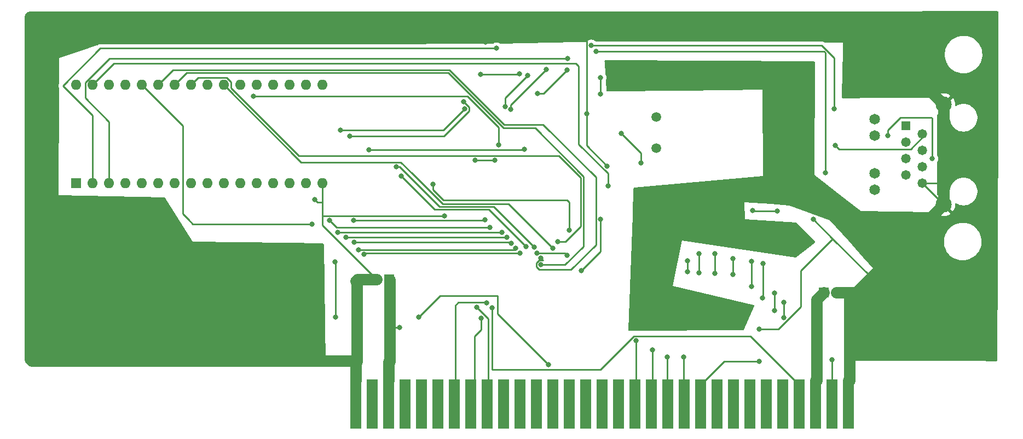
<source format=gbr>
%TF.GenerationSoftware,KiCad,Pcbnew,6.0.2+dfsg-1*%
%TF.CreationDate,2022-05-11T21:40:33-04:00*%
%TF.ProjectId,Cheapsk8_LAN,43686561-7073-46b3-985f-4c414e2e6b69,1*%
%TF.SameCoordinates,Original*%
%TF.FileFunction,Copper,L2,Bot*%
%TF.FilePolarity,Positive*%
%FSLAX46Y46*%
G04 Gerber Fmt 4.6, Leading zero omitted, Abs format (unit mm)*
G04 Created by KiCad (PCBNEW 6.0.2+dfsg-1) date 2022-05-11 21:40:33*
%MOMM*%
%LPD*%
G01*
G04 APERTURE LIST*
%TA.AperFunction,ComponentPad*%
%ADD10C,1.500000*%
%TD*%
%TA.AperFunction,ConnectorPad*%
%ADD11R,1.780000X7.620000*%
%TD*%
%TA.AperFunction,ComponentPad*%
%ADD12R,1.600000X1.600000*%
%TD*%
%TA.AperFunction,ComponentPad*%
%ADD13C,1.600000*%
%TD*%
%TA.AperFunction,ComponentPad*%
%ADD14O,1.600000X1.600000*%
%TD*%
%TA.AperFunction,ComponentPad*%
%ADD15R,1.478000X1.478000*%
%TD*%
%TA.AperFunction,ComponentPad*%
%ADD16C,1.478000*%
%TD*%
%TA.AperFunction,ComponentPad*%
%ADD17C,1.650000*%
%TD*%
%TA.AperFunction,ComponentPad*%
%ADD18C,2.475000*%
%TD*%
%TA.AperFunction,ViaPad*%
%ADD19C,0.800000*%
%TD*%
%TA.AperFunction,Conductor*%
%ADD20C,0.250000*%
%TD*%
%TA.AperFunction,Conductor*%
%ADD21C,1.750000*%
%TD*%
G04 APERTURE END LIST*
D10*
%TO.P,Y1,1,1*%
%TO.N,Net-(U1-Pad50)*%
X153005000Y-92747000D03*
%TO.P,Y1,2,2*%
%TO.N,Net-(U1-Pad51)*%
X153005000Y-97573000D03*
%TD*%
D11*
%TO.P,J2,1,GND*%
%TO.N,GND*%
X182753000Y-137160000D03*
%TO.P,J2,2,RESET*%
%TO.N,Net-(U1-Pad33)*%
X180213000Y-137160000D03*
%TO.P,J2,3,VCC*%
%TO.N,VCC*%
X177673000Y-137160000D03*
%TO.P,J2,4,IRQ2*%
%TO.N,Net-(U1-Pad4)*%
X175133000Y-137160000D03*
%TO.P,J2,5,-5V*%
%TO.N,unconnected-(J2-Pad5)*%
X172593000Y-137160000D03*
%TO.P,J2,6,DRQ2*%
%TO.N,unconnected-(J2-Pad6)*%
X170053000Y-137160000D03*
%TO.P,J2,7,-12V*%
%TO.N,unconnected-(J2-Pad7)*%
X167513000Y-137160000D03*
%TO.P,J2,8,UNUSED*%
%TO.N,unconnected-(J2-Pad8)*%
X164973000Y-137160000D03*
%TO.P,J2,9,+12V*%
%TO.N,unconnected-(J2-Pad9)*%
X162433000Y-137160000D03*
%TO.P,J2,10,GND*%
%TO.N,GND*%
X159893000Y-137160000D03*
%TO.P,J2,11,~{SMEMW}*%
%TO.N,Net-(U1-Pad32)*%
X157353000Y-137160000D03*
%TO.P,J2,12,~{SMEMR}*%
%TO.N,Net-(U1-Pad31)*%
X154813000Y-137160000D03*
%TO.P,J2,13,~{IOW}*%
%TO.N,Net-(U1-Pad30)*%
X152273000Y-137160000D03*
%TO.P,J2,14,~{IOR}*%
%TO.N,Net-(U1-Pad29)*%
X149733000Y-137160000D03*
%TO.P,J2,15,~{DACK3}*%
%TO.N,unconnected-(J2-Pad15)*%
X147193000Y-137160000D03*
%TO.P,J2,16,DRQ3*%
%TO.N,unconnected-(J2-Pad16)*%
X144653000Y-137160000D03*
%TO.P,J2,17,~{DACK1}*%
%TO.N,unconnected-(J2-Pad17)*%
X142113000Y-137160000D03*
%TO.P,J2,18,DRQ1*%
%TO.N,unconnected-(J2-Pad18)*%
X139573000Y-137160000D03*
%TO.P,J2,19,~{DACK0}*%
%TO.N,unconnected-(J2-Pad19)*%
X137033000Y-137160000D03*
%TO.P,J2,20,CLK*%
%TO.N,unconnected-(J2-Pad20)*%
X134493000Y-137160000D03*
%TO.P,J2,21,IRQ7*%
%TO.N,unconnected-(J2-Pad21)*%
X131953000Y-137160000D03*
%TO.P,J2,22,IRQ6*%
%TO.N,unconnected-(J2-Pad22)*%
X129413000Y-137160000D03*
%TO.P,J2,23,IRQ5*%
%TO.N,Net-(U1-Pad1)*%
X126873000Y-137160000D03*
%TO.P,J2,24,IRQ4*%
%TO.N,Net-(U1-Pad2)*%
X124333000Y-137160000D03*
%TO.P,J2,25,IRQ3*%
%TO.N,Net-(U1-Pad3)*%
X121793000Y-137160000D03*
%TO.P,J2,26,~{DACK2}*%
%TO.N,unconnected-(J2-Pad26)*%
X119253000Y-137160000D03*
%TO.P,J2,27,TC*%
%TO.N,unconnected-(J2-Pad27)*%
X116713000Y-137160000D03*
%TO.P,J2,28,ALE*%
%TO.N,unconnected-(J2-Pad28)*%
X114173000Y-137160000D03*
%TO.P,J2,29,VCC*%
%TO.N,VCC*%
X111633000Y-137160000D03*
%TO.P,J2,30,OSC*%
%TO.N,unconnected-(J2-Pad30)*%
X109093000Y-137160000D03*
%TO.P,J2,31,GND*%
%TO.N,GND*%
X106553000Y-137160000D03*
%TD*%
D12*
%TO.P,C6,1*%
%TO.N,VCC*%
X178876888Y-119888000D03*
D13*
%TO.P,C6,2*%
%TO.N,GND*%
X180876888Y-119888000D03*
%TD*%
D12*
%TO.P,C7,1*%
%TO.N,VCC*%
X111699113Y-117856000D03*
D13*
%TO.P,C7,2*%
%TO.N,GND*%
X109699113Y-117856000D03*
%TD*%
D12*
%TO.P,U2,1,A18*%
%TO.N,Net-(U1-Pad69)*%
X63246000Y-103002000D03*
D14*
%TO.P,U2,2,A16*%
%TO.N,Net-(U1-Pad72)*%
X65786000Y-103002000D03*
%TO.P,U2,3,A15*%
%TO.N,Net-(U1-Pad73)*%
X68326000Y-103002000D03*
%TO.P,U2,4,A12*%
%TO.N,Net-(U1-Pad20)*%
X70866000Y-103002000D03*
%TO.P,U2,5,A7*%
%TO.N,Net-(U1-Pad13)*%
X73406000Y-103002000D03*
%TO.P,U2,6,A6*%
%TO.N,Net-(U1-Pad12)*%
X75946000Y-103002000D03*
%TO.P,U2,7,A5*%
%TO.N,Net-(U1-Pad11)*%
X78486000Y-103002000D03*
%TO.P,U2,8,A4*%
%TO.N,Net-(U1-Pad10)*%
X81026000Y-103002000D03*
%TO.P,U2,9,A3*%
%TO.N,Net-(U1-Pad9)*%
X83566000Y-103002000D03*
%TO.P,U2,10,A2*%
%TO.N,Net-(U1-Pad8)*%
X86106000Y-103002000D03*
%TO.P,U2,11,A1*%
%TO.N,Net-(U1-Pad7)*%
X88646000Y-103002000D03*
%TO.P,U2,12,A0*%
%TO.N,Net-(U1-Pad5)*%
X91186000Y-103002000D03*
%TO.P,U2,13,D0*%
%TO.N,Net-(U1-Pad85)*%
X93726000Y-103002000D03*
%TO.P,U2,14,D1*%
%TO.N,Net-(U1-Pad84)*%
X96266000Y-103002000D03*
%TO.P,U2,15,D2*%
%TO.N,Net-(U1-Pad82)*%
X98806000Y-103002000D03*
%TO.P,U2,16,GND*%
%TO.N,GND*%
X101346000Y-103002000D03*
%TO.P,U2,17,D3*%
%TO.N,Net-(U1-Pad81)*%
X101346000Y-87762000D03*
%TO.P,U2,18,D4*%
%TO.N,Net-(U1-Pad80)*%
X98806000Y-87762000D03*
%TO.P,U2,19,D5*%
%TO.N,Net-(U1-Pad79)*%
X96266000Y-87762000D03*
%TO.P,U2,20,D6*%
%TO.N,Net-(U1-Pad78)*%
X93726000Y-87762000D03*
%TO.P,U2,21,D7*%
%TO.N,Net-(U1-Pad77)*%
X91186000Y-87762000D03*
%TO.P,U2,22,CE*%
%TO.N,Net-(U1-Pad75)*%
X88646000Y-87762000D03*
%TO.P,U2,23,A10*%
%TO.N,Net-(U1-Pad18)*%
X86106000Y-87762000D03*
%TO.P,U2,24,OE*%
%TO.N,Net-(U1-Pad31)*%
X83566000Y-87762000D03*
%TO.P,U2,25,A11*%
%TO.N,Net-(U1-Pad19)*%
X81026000Y-87762000D03*
%TO.P,U2,26,A9*%
%TO.N,Net-(U1-Pad16)*%
X78486000Y-87762000D03*
%TO.P,U2,27,A8*%
%TO.N,Net-(U1-Pad15)*%
X75946000Y-87762000D03*
%TO.P,U2,28,A13*%
%TO.N,Net-(U1-Pad21)*%
X73406000Y-87762000D03*
%TO.P,U2,29,A14*%
%TO.N,Net-(U1-Pad74)*%
X70866000Y-87762000D03*
%TO.P,U2,30,A17*%
%TO.N,Net-(U1-Pad71)*%
X68326000Y-87762000D03*
%TO.P,U2,31,PGM*%
%TO.N,Net-(U1-Pad32)*%
X65786000Y-87762000D03*
%TO.P,U2,32,VCC*%
%TO.N,VCC*%
X63246000Y-87762000D03*
%TD*%
D15*
%TO.P,J3,1,P1*%
%TO.N,Net-(U1-Pad45)*%
X191643000Y-94107000D03*
D16*
%TO.P,J3,2,P2*%
%TO.N,Net-(C8-Pad1)*%
X194183000Y-95377000D03*
%TO.P,J3,3,P3*%
%TO.N,Net-(U1-Pad46)*%
X191643000Y-96647000D03*
%TO.P,J3,4,P4*%
%TO.N,Net-(U1-Pad59)*%
X194183000Y-97917000D03*
%TO.P,J3,5,P5*%
%TO.N,Net-(C9-Pad1)*%
X191643000Y-99187000D03*
%TO.P,J3,6,P6*%
%TO.N,Net-(U1-Pad58)*%
X194183000Y-100457000D03*
%TO.P,J3,7,P7*%
%TO.N,unconnected-(J3-Pad7)*%
X191643000Y-101727000D03*
%TO.P,J3,8,P8*%
%TO.N,GND*%
X194183000Y-102997000D03*
D17*
%TO.P,J3,9*%
%TO.N,VCC*%
X186813000Y-104017000D03*
%TO.P,J3,10*%
%TO.N,Net-(J3-Pad10)*%
X186813000Y-101477000D03*
%TO.P,J3,11*%
%TO.N,VCC*%
X186813000Y-95627000D03*
%TO.P,J3,12*%
%TO.N,Net-(J3-Pad12)*%
X186813000Y-93087000D03*
D18*
%TO.P,J3,S1,SHIELD*%
%TO.N,GND*%
X197483000Y-106297000D03*
%TO.P,J3,S2,SHIELD*%
X197483000Y-90807000D03*
%TD*%
D19*
%TO.N,Net-(U1-Pad69)*%
X108559600Y-97840800D03*
X132638800Y-97688400D03*
%TO.N,Net-(U1-Pad72)*%
X128295400Y-82092800D03*
X135991600Y-85394800D03*
X130497500Y-91567000D03*
%TO.N,Net-(U1-Pad71)*%
X105562400Y-95656400D03*
X123215400Y-90322400D03*
%TO.N,GND*%
X126619000Y-81153000D03*
X63881000Y-81788000D03*
X141427200Y-116535200D03*
X168910000Y-125577600D03*
X144386900Y-108559600D03*
X145415000Y-100330000D03*
X168910000Y-130606800D03*
X120269000Y-108020500D03*
X139242800Y-114147600D03*
X100203000Y-105537000D03*
X177292000Y-108585000D03*
X142240000Y-92202000D03*
X134570508Y-113791130D03*
%TO.N,Net-(U1-Pad62)*%
X180492400Y-91490800D03*
X142951200Y-81635600D03*
%TO.N,Net-(U1-Pad61)*%
X179171600Y-101346000D03*
X143713200Y-82600800D03*
%TO.N,Net-(U1-Pad50)*%
X147574000Y-95250000D03*
X150622000Y-99822000D03*
%TO.N,Net-(U1-Pad76)*%
X127996500Y-99441000D03*
X124968000Y-99441000D03*
%TO.N,VCC*%
X131826000Y-86068500D03*
X144399000Y-89154000D03*
X188849000Y-95631000D03*
X144399000Y-86614000D03*
X113284000Y-125341810D03*
X195707000Y-99187000D03*
X125857000Y-86106000D03*
%TO.N,Net-(U1-Pad73)*%
X139293600Y-83642200D03*
X134645400Y-89103200D03*
X129671842Y-91098125D03*
X133146800Y-86283800D03*
X139217400Y-85420200D03*
%TO.N,Net-(U1-Pad20)*%
X103378000Y-123698000D03*
X136296400Y-131064000D03*
X103327200Y-115163600D03*
X116281200Y-123698000D03*
%TO.N,Net-(U1-Pad13)*%
X112776000Y-100457000D03*
X134112000Y-112903000D03*
%TO.N,Net-(U1-Pad12)*%
X113538000Y-101854000D03*
X132842000Y-112776000D03*
%TO.N,Net-(U1-Pad11)*%
X107823000Y-114008500D03*
X131953000Y-113792000D03*
%TO.N,Net-(U1-Pad10)*%
X106934000Y-113284000D03*
X131246500Y-113056040D03*
%TO.N,Net-(U1-Pad9)*%
X106299000Y-112141000D03*
X130596500Y-112268000D03*
%TO.N,Net-(U1-Pad8)*%
X129921000Y-111379000D03*
X105029000Y-111379000D03*
%TO.N,Net-(U1-Pad7)*%
X129159000Y-110617000D03*
X103759000Y-110617000D03*
%TO.N,Net-(U1-Pad5)*%
X127254000Y-109855000D03*
X102489000Y-108745000D03*
%TO.N,Net-(U1-Pad75)*%
X128651000Y-97028000D03*
X90678000Y-89535000D03*
%TO.N,Net-(U1-Pad18)*%
X137033000Y-113030000D03*
%TO.N,Net-(U1-Pad31)*%
X118465600Y-103174800D03*
X154686000Y-129921000D03*
X139573000Y-110236000D03*
%TO.N,Net-(U1-Pad19)*%
X137795000Y-112014000D03*
%TO.N,Net-(U1-Pad16)*%
X135146500Y-115620800D03*
%TO.N,Net-(U1-Pad15)*%
X135165500Y-114604800D03*
%TO.N,Net-(U1-Pad21)*%
X126542800Y-108661200D03*
X106222800Y-108745000D03*
X99771200Y-109309500D03*
%TO.N,Net-(U1-Pad74)*%
X123393200Y-91490800D03*
X104140000Y-94792800D03*
%TO.N,Net-(U1-Pad32)*%
X145542000Y-103378000D03*
X157226000Y-129921000D03*
%TO.N,Net-(U1-Pad33)*%
X180213000Y-130302000D03*
%TO.N,Net-(U1-Pad4)*%
X127635000Y-122301000D03*
%TO.N,Net-(U1-Pad30)*%
X152400000Y-128778000D03*
%TO.N,Net-(U1-Pad29)*%
X149860000Y-127381000D03*
%TO.N,Net-(U1-Pad1)*%
X125222000Y-122174000D03*
%TO.N,Net-(U1-Pad2)*%
X125916201Y-123892799D03*
%TO.N,Net-(U1-Pad3)*%
X126746000Y-121539000D03*
%TO.N,Net-(U1-Pad41)*%
X172715701Y-123829299D03*
X172720000Y-121412000D03*
%TO.N,Net-(U1-Pad40)*%
X171323000Y-122682000D03*
X171323000Y-120015000D03*
%TO.N,Net-(U1-Pad39)*%
X169545000Y-115443000D03*
X169418000Y-120777000D03*
%TO.N,Net-(U1-Pad38)*%
X167767000Y-115062000D03*
X167767000Y-118999000D03*
%TO.N,Net-(U1-Pad37)*%
X164846000Y-114681000D03*
X164846000Y-117094000D03*
%TO.N,Net-(U1-Pad36)*%
X162052000Y-113919000D03*
X162052000Y-116967000D03*
%TO.N,Net-(U1-Pad35)*%
X159639000Y-116840000D03*
X159639000Y-113919000D03*
%TO.N,Net-(U1-Pad34)*%
X157861000Y-116713000D03*
X157861000Y-115021500D03*
%TO.N,Net-(C8-Pad1)*%
X180721000Y-97155000D03*
%TO.N,Net-(U1-Pad46)*%
X171704000Y-107315000D03*
X167894000Y-107221500D03*
%TD*%
D20*
%TO.N,Net-(U1-Pad69)*%
X108559600Y-97840800D02*
X132486400Y-97840800D01*
X132486400Y-97840800D02*
X132638800Y-97688400D01*
%TO.N,Net-(U1-Pad72)*%
X66979800Y-82092800D02*
X61188600Y-87884000D01*
X130497500Y-91567000D02*
X130497500Y-90888900D01*
X130497500Y-90888900D02*
X135991600Y-85394800D01*
X61188600Y-87884000D02*
X65786000Y-92481400D01*
X128295400Y-82092800D02*
X66979800Y-82092800D01*
X65786000Y-92481400D02*
X65786000Y-103002000D01*
%TO.N,Net-(U1-Pad71)*%
X120181504Y-95656400D02*
X124067711Y-91770193D01*
X124067711Y-91174711D02*
X123215400Y-90322400D01*
X105562400Y-95656400D02*
X120181504Y-95656400D01*
X124067711Y-91770193D02*
X124067711Y-91174711D01*
%TO.N,GND*%
X159893000Y-137160000D02*
X159893000Y-134240000D01*
D21*
X195580000Y-77343000D02*
X195453000Y-77216000D01*
X63500000Y-77216000D02*
X56134000Y-77216000D01*
D20*
X101346000Y-107950000D02*
X101346000Y-109502887D01*
X177292000Y-108585000D02*
X180301900Y-111594900D01*
X194183000Y-102997000D02*
X197483000Y-106297000D01*
X194183000Y-102997000D02*
X197104000Y-102997000D01*
D21*
X183892000Y-119888000D02*
X185989500Y-117790500D01*
D20*
X163526200Y-130606800D02*
X168910000Y-130606800D01*
X171921304Y-125577600D02*
X175361600Y-122137304D01*
X100203000Y-105537000D02*
X100584000Y-105918000D01*
X142240000Y-97155000D02*
X142240000Y-92202000D01*
D21*
X106680000Y-130556000D02*
X106553000Y-130683000D01*
X106807000Y-117856000D02*
X109699113Y-117856000D01*
X185989500Y-117790500D02*
X197483000Y-106297000D01*
X197483000Y-106297000D02*
X197483000Y-102618000D01*
X195453000Y-77216000D02*
X141986000Y-77216000D01*
D20*
X63881000Y-81788000D02*
X63881000Y-77597000D01*
D21*
X106527600Y-130454400D02*
X106680000Y-130302000D01*
D20*
X185989500Y-117282500D02*
X185989500Y-117790500D01*
X63881000Y-77597000D02*
X63500000Y-77216000D01*
D21*
X106553000Y-118110000D02*
X106807000Y-117856000D01*
D20*
X168910000Y-125577600D02*
X171921304Y-125577600D01*
D21*
X106553000Y-130683000D02*
X106553000Y-133495480D01*
X106680000Y-118237000D02*
X106553000Y-118110000D01*
X182880000Y-120015000D02*
X182880000Y-133495480D01*
D20*
X138886330Y-113791130D02*
X139242800Y-114147600D01*
D21*
X197483000Y-90807000D02*
X195453000Y-88777000D01*
X197483000Y-102618000D02*
X197483000Y-90807000D01*
D20*
X180301900Y-111594900D02*
X185989500Y-117282500D01*
D21*
X56134000Y-77216000D02*
X56134000Y-130200400D01*
D20*
X134570508Y-113791130D02*
X138886330Y-113791130D01*
X101416500Y-108020500D02*
X101346000Y-107950000D01*
X142240000Y-92202000D02*
X142240000Y-77470000D01*
D21*
X56388000Y-130454400D02*
X106527600Y-130454400D01*
X56134000Y-130200400D02*
X56388000Y-130454400D01*
X195453000Y-88777000D02*
X195453000Y-77470000D01*
X182753000Y-119888000D02*
X180876888Y-119888000D01*
D20*
X145415000Y-100330000D02*
X142240000Y-97155000D01*
X101346000Y-109502887D02*
X109699113Y-117856000D01*
X126619000Y-81153000D02*
X126619000Y-77216000D01*
X159893000Y-134240000D02*
X163526200Y-130606800D01*
D21*
X126619000Y-77216000D02*
X63500000Y-77216000D01*
X182753000Y-119888000D02*
X183892000Y-119888000D01*
X141986000Y-77216000D02*
X126619000Y-77216000D01*
X182880000Y-133495480D02*
X182753000Y-133495480D01*
D20*
X101346000Y-105918000D02*
X101346000Y-107950000D01*
X120269000Y-108020500D02*
X101416500Y-108020500D01*
X144386900Y-113575500D02*
X144386900Y-108559600D01*
D21*
X106680000Y-124333000D02*
X106680000Y-118237000D01*
D20*
X175361600Y-116535200D02*
X180301900Y-111594900D01*
X142240000Y-77470000D02*
X141986000Y-77216000D01*
X175361600Y-122137304D02*
X175361600Y-116535200D01*
X197104000Y-102997000D02*
X197483000Y-102618000D01*
D21*
X106680000Y-130302000D02*
X106680000Y-124333000D01*
X106680000Y-124333000D02*
X106680000Y-130556000D01*
D20*
X141427200Y-116535200D02*
X144386900Y-113575500D01*
X101346000Y-103002000D02*
X101346000Y-105918000D01*
D21*
X182753000Y-119888000D02*
X182880000Y-120015000D01*
D20*
X100584000Y-105918000D02*
X101346000Y-105918000D01*
D21*
X195453000Y-77470000D02*
X195580000Y-77343000D01*
D20*
%TO.N,Net-(U1-Pad62)*%
X178568206Y-81635600D02*
X180492400Y-83559794D01*
X142951200Y-81635600D02*
X178568206Y-81635600D01*
X180492400Y-83559794D02*
X180492400Y-91490800D01*
%TO.N,Net-(U1-Pad61)*%
X179171600Y-82804000D02*
X179171600Y-101346000D01*
X143713200Y-82600800D02*
X178968400Y-82600800D01*
X178968400Y-82600800D02*
X179171600Y-82804000D01*
%TO.N,Net-(U1-Pad50)*%
X147574000Y-95250000D02*
X150622000Y-98298000D01*
X150622000Y-98298000D02*
X150622000Y-99822000D01*
%TO.N,Net-(U1-Pad76)*%
X124968000Y-99441000D02*
X127996500Y-99441000D01*
%TO.N,VCC*%
X188849000Y-95631000D02*
X188849000Y-94773978D01*
X188849000Y-94773978D02*
X190785978Y-92837000D01*
X113284000Y-125341810D02*
X112641810Y-125341810D01*
X112641810Y-125341810D02*
X111760000Y-124460000D01*
D21*
X178876888Y-119888000D02*
X177800000Y-120964888D01*
D20*
X190785978Y-92837000D02*
X195580000Y-92837000D01*
X131826000Y-86068500D02*
X131788500Y-86106000D01*
X195707000Y-92964000D02*
X195707000Y-99187000D01*
D21*
X111760000Y-130556000D02*
X111760000Y-124460000D01*
X177800000Y-120964888D02*
X177800000Y-133495480D01*
X111633000Y-130683000D02*
X111633000Y-133495480D01*
X111760000Y-124460000D02*
X111760000Y-117916887D01*
X111760000Y-130556000D02*
X111633000Y-130683000D01*
D20*
X195580000Y-92837000D02*
X195707000Y-92964000D01*
X131788500Y-86106000D02*
X125857000Y-86106000D01*
D21*
X177800000Y-133495480D02*
X177673000Y-133495480D01*
D20*
X144399000Y-89154000D02*
X144399000Y-86614000D01*
X111760000Y-117916887D02*
X111699113Y-117856000D01*
%TO.N,Net-(U1-Pad73)*%
X68326000Y-93446600D02*
X68326000Y-103002000D01*
X64668400Y-89789000D02*
X68326000Y-93446600D01*
X64668400Y-87360011D02*
X64668400Y-89789000D01*
X129671842Y-89758758D02*
X133146800Y-86283800D01*
X139293600Y-83642200D02*
X68386211Y-83642200D01*
X68386211Y-83642200D02*
X64668400Y-87360011D01*
X135534400Y-89103200D02*
X139217400Y-85420200D01*
X129671842Y-91098125D02*
X129671842Y-89758758D01*
X134645400Y-89103200D02*
X135534400Y-89103200D01*
%TO.N,Net-(U1-Pad20)*%
X119532400Y-120446800D02*
X116281200Y-123698000D01*
X103378000Y-115214400D02*
X103327200Y-115163600D01*
X136296400Y-131064000D02*
X128422400Y-123190000D01*
X128422400Y-120446800D02*
X119532400Y-120446800D01*
X128422400Y-123190000D02*
X128422400Y-120446800D01*
X103378000Y-123698000D02*
X103378000Y-115214400D01*
%TO.N,Net-(U1-Pad13)*%
X127820480Y-106611480D02*
X134112000Y-112903000D01*
X112776000Y-100457000D02*
X113284000Y-100457000D01*
X113284000Y-100457000D02*
X119438480Y-106611480D01*
X119438480Y-106611480D02*
X127820480Y-106611480D01*
%TO.N,Net-(U1-Pad12)*%
X113538000Y-101854000D02*
X118745000Y-107061000D01*
X127127000Y-107061000D02*
X132842000Y-112776000D01*
X118745000Y-107061000D02*
X127127000Y-107061000D01*
%TO.N,Net-(U1-Pad11)*%
X107823000Y-114008500D02*
X108039500Y-113792000D01*
X108039500Y-113792000D02*
X131953000Y-113792000D01*
%TO.N,Net-(U1-Pad10)*%
X131018540Y-113284000D02*
X131246500Y-113056040D01*
X106934000Y-113284000D02*
X131018540Y-113284000D01*
%TO.N,Net-(U1-Pad9)*%
X130469500Y-112141000D02*
X130596500Y-112268000D01*
X106299000Y-112141000D02*
X130469500Y-112141000D01*
%TO.N,Net-(U1-Pad8)*%
X105029000Y-111379000D02*
X129921000Y-111379000D01*
%TO.N,Net-(U1-Pad7)*%
X103759000Y-110617000D02*
X129159000Y-110617000D01*
%TO.N,Net-(U1-Pad5)*%
X102489000Y-108745000D02*
X103599000Y-109855000D01*
X103599000Y-109855000D02*
X127254000Y-109855000D01*
%TO.N,Net-(U1-Pad75)*%
X90678000Y-89535000D02*
X123825000Y-89535000D01*
X123825000Y-89535000D02*
X128651000Y-94361000D01*
X128651000Y-94361000D02*
X128651000Y-97028000D01*
%TO.N,Net-(U1-Pad18)*%
X115366800Y-101549200D02*
X119979560Y-106161960D01*
X113499289Y-99732489D02*
X115316000Y-101549200D01*
X119979560Y-106161960D02*
X130164960Y-106161960D01*
X86106000Y-87762000D02*
X98076489Y-99732489D01*
X130164960Y-106161960D02*
X137033000Y-113030000D01*
X98076489Y-99732489D02*
X113499289Y-99732489D01*
X115316000Y-101549200D02*
X115366800Y-101549200D01*
%TO.N,Net-(U1-Pad31)*%
X154686000Y-134245480D02*
X154813000Y-134245480D01*
X118465600Y-104012282D02*
X120028059Y-105574741D01*
X139204341Y-105574741D02*
X139573000Y-105943400D01*
X118465600Y-103174800D02*
X118465600Y-104012282D01*
X139573000Y-105943400D02*
X139573000Y-110236000D01*
X120028059Y-105574741D02*
X139204341Y-105574741D01*
X154686000Y-129921000D02*
X154686000Y-134245480D01*
%TO.N,Net-(U1-Pad19)*%
X82150511Y-86637489D02*
X86571789Y-86637489D01*
X137934089Y-98716489D02*
X141313511Y-102095911D01*
X97696207Y-98716489D02*
X137934089Y-98716489D01*
X81026000Y-87762000D02*
X82150511Y-86637489D01*
X87230511Y-87296211D02*
X87230511Y-88250793D01*
X141313511Y-102095911D02*
X141313511Y-109647103D01*
X86571789Y-86637489D02*
X87230511Y-87296211D01*
X141313511Y-109647103D02*
X138946614Y-112014000D01*
X87230511Y-88250793D02*
X97696207Y-98716489D01*
X138946614Y-112014000D02*
X137795000Y-112014000D01*
%TO.N,Net-(U1-Pad16)*%
X80345200Y-85902800D02*
X120828517Y-85902800D01*
X134303111Y-94449794D02*
X141763031Y-101909714D01*
X129375511Y-94449794D02*
X134303111Y-94449794D01*
X120828517Y-85902800D02*
X129375511Y-94449794D01*
X138887200Y-115620800D02*
X135146500Y-115620800D01*
X78486000Y-87762000D02*
X80345200Y-85902800D01*
X141763031Y-101909714D02*
X141763031Y-112744969D01*
X141763031Y-112744969D02*
X138887200Y-115620800D01*
%TO.N,Net-(U1-Pad15)*%
X134421989Y-115920903D02*
X134883886Y-116382800D01*
X121014715Y-85453280D02*
X79204420Y-85453280D01*
X134421989Y-115320697D02*
X134421989Y-115920903D01*
X79196740Y-85445600D02*
X78262400Y-85445600D01*
X78262400Y-85445600D02*
X75946000Y-87762000D01*
X135446603Y-114885903D02*
X135446603Y-114896289D01*
X79204420Y-85453280D02*
X79196740Y-85445600D01*
X143662400Y-112522000D02*
X143662400Y-102057200D01*
X135446603Y-114896289D02*
X134846397Y-114896289D01*
X143662400Y-102057200D02*
X135509000Y-93903800D01*
X135509000Y-93903800D02*
X129465235Y-93903800D01*
X134846397Y-114896289D02*
X134421989Y-115320697D01*
X135165500Y-114604800D02*
X135446603Y-114885903D01*
X129465235Y-93903800D02*
X121014715Y-85453280D01*
X139801600Y-116382800D02*
X143662400Y-112522000D01*
X134883886Y-116382800D02*
X139801600Y-116382800D01*
%TO.N,Net-(U1-Pad21)*%
X80670400Y-108661200D02*
X81318700Y-109309500D01*
X73406000Y-87762000D02*
X79756000Y-94112000D01*
X79756000Y-107746800D02*
X80670400Y-108661200D01*
X106222800Y-108745000D02*
X126459000Y-108745000D01*
X126459000Y-108745000D02*
X126542800Y-108661200D01*
X79756000Y-94112000D02*
X79756000Y-107746800D01*
X81318700Y-109309500D02*
X99771200Y-109309500D01*
%TO.N,Net-(U1-Pad74)*%
X104140000Y-94792800D02*
X120091200Y-94792800D01*
X120091200Y-94792800D02*
X123393200Y-91490800D01*
%TO.N,Net-(U1-Pad32)*%
X65786000Y-87762000D02*
X69118400Y-84429600D01*
X141020800Y-84886800D02*
X141020800Y-96960414D01*
X140563600Y-84429600D02*
X141020800Y-84886800D01*
X157226000Y-134245480D02*
X157353000Y-134245480D01*
X145542000Y-101481614D02*
X145542000Y-103378000D01*
X69118400Y-84429600D02*
X140563600Y-84429600D01*
X157226000Y-129921000D02*
X157226000Y-134245480D01*
X141020800Y-96960414D02*
X145542000Y-101481614D01*
%TO.N,Net-(U1-Pad33)*%
X180213000Y-130302000D02*
X180213000Y-134245480D01*
%TO.N,Net-(U1-Pad4)*%
X149559897Y-126656489D02*
X167544009Y-126656489D01*
X144339586Y-131876800D02*
X149559897Y-126656489D01*
X127635000Y-122301000D02*
X127635000Y-131876800D01*
X167544009Y-126656489D02*
X175133000Y-134245480D01*
X127635000Y-131876800D02*
X144339586Y-131876800D01*
%TO.N,Net-(U1-Pad30)*%
X152400000Y-134245480D02*
X152273000Y-134245480D01*
X152400000Y-128778000D02*
X152400000Y-134245480D01*
%TO.N,Net-(U1-Pad29)*%
X149860000Y-134245480D02*
X149733000Y-134245480D01*
X149860000Y-127381000D02*
X149860000Y-134245480D01*
%TO.N,Net-(U1-Pad1)*%
X125222000Y-122174000D02*
X127000000Y-123952000D01*
X127000000Y-134245480D02*
X126873000Y-134245480D01*
X127000000Y-123952000D02*
X127000000Y-134245480D01*
%TO.N,Net-(U1-Pad2)*%
X124904500Y-126682500D02*
X124904500Y-134245480D01*
X125916201Y-123892799D02*
X125916201Y-125670799D01*
X125916201Y-125670799D02*
X124904500Y-126682500D01*
X124904500Y-134245480D02*
X124333000Y-134245480D01*
%TO.N,Net-(U1-Pad3)*%
X126746000Y-121539000D02*
X126656489Y-121449489D01*
X126656489Y-121449489D02*
X122390511Y-121449489D01*
X122390511Y-121449489D02*
X121920000Y-121920000D01*
X121920000Y-121920000D02*
X121920000Y-134245480D01*
X121920000Y-134245480D02*
X121793000Y-134245480D01*
%TO.N,Net-(U1-Pad41)*%
X172720000Y-123825000D02*
X172715701Y-123829299D01*
X172720000Y-121412000D02*
X172720000Y-123825000D01*
%TO.N,Net-(U1-Pad40)*%
X171323000Y-120015000D02*
X171323000Y-122682000D01*
%TO.N,Net-(U1-Pad39)*%
X169545000Y-120650000D02*
X169418000Y-120777000D01*
X169545000Y-115443000D02*
X169545000Y-120650000D01*
%TO.N,Net-(U1-Pad38)*%
X167767000Y-115062000D02*
X167767000Y-118999000D01*
%TO.N,Net-(U1-Pad37)*%
X164846000Y-114681000D02*
X164846000Y-117094000D01*
%TO.N,Net-(U1-Pad36)*%
X162052000Y-113919000D02*
X162052000Y-116967000D01*
%TO.N,Net-(U1-Pad35)*%
X159639000Y-113919000D02*
X159639000Y-116840000D01*
%TO.N,Net-(U1-Pad34)*%
X157861000Y-115021500D02*
X157861000Y-116713000D01*
%TO.N,Net-(C8-Pad1)*%
X194183000Y-95885000D02*
X194183000Y-95377000D01*
X192357489Y-97710511D02*
X194183000Y-95885000D01*
X181276511Y-97710511D02*
X192357489Y-97710511D01*
X180721000Y-97155000D02*
X181276511Y-97710511D01*
%TO.N,Net-(U1-Pad46)*%
X171704000Y-107315000D02*
X167987500Y-107315000D01*
X167987500Y-107315000D02*
X167894000Y-107221500D01*
%TD*%
%TA.AperFunction,Conductor*%
%TO.N,GND*%
G36*
X177420060Y-84124014D02*
G01*
X177488055Y-84144441D01*
X177534212Y-84198386D01*
X177545272Y-84250740D01*
X177444400Y-101701600D01*
X177452994Y-101708280D01*
X177452994Y-101708281D01*
X182588128Y-105700258D01*
X184632600Y-107289600D01*
X195410582Y-107487361D01*
X195478324Y-107508610D01*
X195523825Y-107563109D01*
X195532638Y-107633557D01*
X195511213Y-107675394D01*
X195515079Y-107677505D01*
X195506399Y-107693401D01*
X195402200Y-107797600D01*
X187223400Y-116967000D01*
X186763445Y-116451724D01*
X186763444Y-116451722D01*
X184972309Y-114445158D01*
X182693126Y-111891847D01*
X179842386Y-108698235D01*
X179832000Y-108686600D01*
X173558200Y-106400600D01*
X173549516Y-106399961D01*
X173549514Y-106399961D01*
X170745717Y-106193800D01*
X166649400Y-105892600D01*
X166751000Y-108585000D01*
X166761306Y-108585654D01*
X166761309Y-108585655D01*
X174703284Y-109089907D01*
X174770000Y-109114185D01*
X174785917Y-109128107D01*
X177458207Y-111894161D01*
X177549688Y-111988852D01*
X177582634Y-112051741D01*
X177576349Y-112122459D01*
X177535973Y-112176208D01*
X174591165Y-114445158D01*
X174524995Y-114470890D01*
X174495889Y-114470001D01*
X156972000Y-111887000D01*
X155575000Y-118872000D01*
X168102573Y-121834432D01*
X168164262Y-121869573D01*
X168197160Y-121932488D01*
X168188996Y-122007593D01*
X166580638Y-125680411D01*
X166534990Y-125734787D01*
X166465937Y-125755866D01*
X148822897Y-125856253D01*
X148754663Y-125836639D01*
X148707866Y-125783249D01*
X148696259Y-125725784D01*
X148697871Y-125680411D01*
X149326641Y-107973429D01*
X149475051Y-103794015D01*
X149497458Y-103726647D01*
X149552730Y-103682087D01*
X149589851Y-103672978D01*
X169526955Y-101906399D01*
X169545000Y-101904800D01*
X169543509Y-101708281D01*
X169444942Y-88722200D01*
X169443400Y-88519000D01*
X169429830Y-88519114D01*
X169429829Y-88519114D01*
X157139207Y-88622505D01*
X145407249Y-88721197D01*
X145338963Y-88701768D01*
X145292021Y-88648506D01*
X145280443Y-88603185D01*
X145276249Y-88537115D01*
X145185677Y-87110617D01*
X145202305Y-87039635D01*
X145233527Y-86985556D01*
X145292542Y-86803928D01*
X145312504Y-86614000D01*
X145292542Y-86424072D01*
X145233527Y-86242444D01*
X145138040Y-86077056D01*
X145138468Y-86076809D01*
X145116097Y-86014724D01*
X145004098Y-84250740D01*
X144991760Y-84056424D01*
X145007406Y-83987174D01*
X145058007Y-83937374D01*
X145118293Y-83922443D01*
X177420060Y-84124014D01*
G37*
%TD.AperFunction*%
%TD*%
%TA.AperFunction,Conductor*%
%TO.N,GND*%
G36*
X205892400Y-89382600D02*
G01*
X205891081Y-89738682D01*
X205797867Y-114906630D01*
X205740470Y-130403786D01*
X205720216Y-130471832D01*
X205666388Y-130518126D01*
X205613194Y-130529313D01*
X202422107Y-130496916D01*
X201141942Y-130483919D01*
X201141914Y-130483919D01*
X201141631Y-130483916D01*
X201141627Y-130483916D01*
X200736200Y-130479800D01*
X197576445Y-112673651D01*
X197639231Y-112912978D01*
X197760893Y-113225025D01*
X197762590Y-113228230D01*
X197909659Y-113505995D01*
X197917614Y-113521020D01*
X197919664Y-113524003D01*
X197919666Y-113524006D01*
X198105261Y-113794048D01*
X198105267Y-113794055D01*
X198107318Y-113797040D01*
X198327490Y-114049428D01*
X198575211Y-114274837D01*
X198578153Y-114276951D01*
X198844247Y-114468159D01*
X198844253Y-114468163D01*
X198847198Y-114470279D01*
X199139846Y-114633165D01*
X199449277Y-114761335D01*
X199452771Y-114762330D01*
X199452773Y-114762331D01*
X199767887Y-114852094D01*
X199767892Y-114852095D01*
X199771388Y-114853091D01*
X199999288Y-114890411D01*
X200098331Y-114906630D01*
X200098335Y-114906630D01*
X200101911Y-114907216D01*
X200105537Y-114907387D01*
X200432837Y-114922822D01*
X200432838Y-114922822D01*
X200436464Y-114922993D01*
X200446516Y-114922308D01*
X200766983Y-114900461D01*
X200766991Y-114900460D01*
X200770614Y-114900213D01*
X200774190Y-114899550D01*
X200774192Y-114899550D01*
X201096365Y-114839839D01*
X201096369Y-114839838D01*
X201099930Y-114839178D01*
X201420049Y-114740697D01*
X201726728Y-114606074D01*
X202015901Y-114437095D01*
X202018810Y-114434911D01*
X202280828Y-114238183D01*
X202280832Y-114238180D01*
X202283735Y-114236000D01*
X202526681Y-114005452D01*
X202741519Y-113748509D01*
X202803484Y-113654177D01*
X202923411Y-113471604D01*
X202925400Y-113468576D01*
X203075889Y-113169364D01*
X203190989Y-112854838D01*
X203191834Y-112851316D01*
X203191837Y-112851308D01*
X203268329Y-112532696D01*
X203268330Y-112532692D01*
X203269176Y-112529167D01*
X203309412Y-112196667D01*
X203315153Y-112014000D01*
X203311733Y-111954689D01*
X203296082Y-111683250D01*
X203296081Y-111683245D01*
X203295873Y-111679630D01*
X203280690Y-111592633D01*
X203238914Y-111353265D01*
X203238912Y-111353258D01*
X203238290Y-111349692D01*
X203143166Y-111028560D01*
X203141745Y-111025229D01*
X203141742Y-111025220D01*
X203013185Y-110723822D01*
X203011763Y-110720488D01*
X202845821Y-110429562D01*
X202827057Y-110404018D01*
X202649684Y-110162553D01*
X202649682Y-110162550D01*
X202647541Y-110159636D01*
X202419550Y-109914289D01*
X202164871Y-109696773D01*
X201886879Y-109509970D01*
X201589259Y-109356356D01*
X201275955Y-109237969D01*
X200951121Y-109156376D01*
X200811554Y-109138002D01*
X200622665Y-109113134D01*
X200622657Y-109113133D01*
X200619061Y-109112660D01*
X200479577Y-109110469D01*
X200287819Y-109107456D01*
X200287815Y-109107456D01*
X200284177Y-109107399D01*
X200280563Y-109107760D01*
X200280557Y-109107760D01*
X200047065Y-109131066D01*
X199950908Y-109140664D01*
X199623671Y-109212013D01*
X199620244Y-109213186D01*
X199620238Y-109213188D01*
X199310234Y-109319326D01*
X199310229Y-109319328D01*
X199306803Y-109320501D01*
X199303535Y-109322060D01*
X199303527Y-109322063D01*
X199149482Y-109395539D01*
X199004505Y-109464690D01*
X198720782Y-109642669D01*
X198717948Y-109644939D01*
X198717943Y-109644943D01*
X198655768Y-109694755D01*
X198459397Y-109852078D01*
X198223812Y-110090143D01*
X198017151Y-110353707D01*
X197842153Y-110639278D01*
X197840628Y-110642563D01*
X197840626Y-110642567D01*
X197732742Y-110874984D01*
X197701138Y-110943069D01*
X197700002Y-110946505D01*
X197597113Y-111257610D01*
X197597110Y-111257620D01*
X197595974Y-111261056D01*
X197595238Y-111264611D01*
X197595237Y-111264614D01*
X197549141Y-111487200D01*
X197528055Y-111589022D01*
X197498282Y-111922621D01*
X197498377Y-111926250D01*
X197498377Y-111926252D01*
X197499122Y-111954689D01*
X197505532Y-112199446D01*
X197507050Y-112257432D01*
X197525135Y-112384502D01*
X196724045Y-107870130D01*
X196780897Y-107900041D01*
X196789446Y-107903758D01*
X197025549Y-107986209D01*
X197034558Y-107988623D01*
X197280261Y-108035271D01*
X197289518Y-108036325D01*
X197539420Y-108046145D01*
X197548733Y-108045819D01*
X197797343Y-108018591D01*
X197806497Y-108016895D01*
X198048350Y-107953221D01*
X198057170Y-107950184D01*
X198286948Y-107851463D01*
X198295220Y-107847156D01*
X198507876Y-107715561D01*
X198513546Y-107711441D01*
X198521648Y-107699149D01*
X198515584Y-107688794D01*
X197212885Y-106386095D01*
X197178859Y-106323783D01*
X197183924Y-106252968D01*
X197212885Y-106207905D01*
X197393905Y-106026885D01*
X197456217Y-105992859D01*
X197527032Y-105997924D01*
X197572095Y-106026885D01*
X198873868Y-107328658D01*
X198886248Y-107335418D01*
X198894589Y-107329174D01*
X199018751Y-107136142D01*
X199023194Y-107127958D01*
X199125909Y-106899938D01*
X199129103Y-106891163D01*
X199196985Y-106650470D01*
X199198843Y-106641341D01*
X199230597Y-106391740D01*
X199231078Y-106385452D01*
X199233311Y-106300159D01*
X199233160Y-106293851D01*
X199226778Y-106207970D01*
X199241677Y-106138554D01*
X199291740Y-106088212D01*
X199361072Y-106072929D01*
X199411391Y-106087278D01*
X199659401Y-106218592D01*
X199659406Y-106218594D01*
X199663200Y-106220603D01*
X199667223Y-106222075D01*
X199667227Y-106222077D01*
X199932351Y-106319099D01*
X199936382Y-106320574D01*
X200220604Y-106382544D01*
X200249650Y-106384830D01*
X200446297Y-106400307D01*
X200446304Y-106400307D01*
X200448753Y-106400500D01*
X200606121Y-106400500D01*
X200608257Y-106400354D01*
X200608268Y-106400354D01*
X200818949Y-106385991D01*
X200818955Y-106385990D01*
X200823226Y-106385699D01*
X200827421Y-106384830D01*
X200827423Y-106384830D01*
X200965654Y-106356204D01*
X201108081Y-106326709D01*
X201382295Y-106229605D01*
X201640793Y-106096184D01*
X201644294Y-106093723D01*
X201644298Y-106093721D01*
X201787809Y-105992859D01*
X201878792Y-105928915D01*
X202091888Y-105730894D01*
X202105316Y-105714489D01*
X202273423Y-105509102D01*
X202276139Y-105505784D01*
X202428133Y-105257752D01*
X202436869Y-105237852D01*
X202543334Y-104995315D01*
X202545059Y-104991386D01*
X202551073Y-104970276D01*
X202604946Y-104781151D01*
X202624754Y-104711616D01*
X202632184Y-104659414D01*
X202665137Y-104427870D01*
X202665742Y-104423619D01*
X202667265Y-104132723D01*
X202629295Y-103844313D01*
X202552535Y-103563724D01*
X202438404Y-103296148D01*
X202289015Y-103046538D01*
X202274337Y-103028216D01*
X202109823Y-102822869D01*
X202107133Y-102819511D01*
X201896122Y-102619269D01*
X201659887Y-102449517D01*
X201402800Y-102313397D01*
X201398777Y-102311925D01*
X201398773Y-102311923D01*
X201133649Y-102214901D01*
X201133647Y-102214900D01*
X201129618Y-102213426D01*
X200845396Y-102151456D01*
X200801598Y-102148009D01*
X200619703Y-102133693D01*
X200619696Y-102133693D01*
X200617247Y-102133500D01*
X200459879Y-102133500D01*
X200457743Y-102133646D01*
X200457732Y-102133646D01*
X200247051Y-102148009D01*
X200247045Y-102148010D01*
X200242774Y-102148301D01*
X200238579Y-102149170D01*
X200238577Y-102149170D01*
X200223130Y-102152369D01*
X199957919Y-102207291D01*
X199683705Y-102304395D01*
X199425207Y-102437816D01*
X199421706Y-102440277D01*
X199421702Y-102440279D01*
X199408558Y-102449517D01*
X199187208Y-102605085D01*
X198974112Y-102803106D01*
X198971398Y-102806422D01*
X198971395Y-102806425D01*
X198957936Y-102822869D01*
X198789861Y-103028216D01*
X198637867Y-103276248D01*
X198636148Y-103280165D01*
X198636146Y-103280168D01*
X198627397Y-103300100D01*
X198520941Y-103542614D01*
X198519765Y-103546742D01*
X198519764Y-103546745D01*
X198495218Y-103632913D01*
X198441246Y-103822384D01*
X198440642Y-103826626D01*
X198440641Y-103826632D01*
X198438125Y-103844313D01*
X198400258Y-104110381D01*
X198398735Y-104401277D01*
X198424137Y-104594219D01*
X198424427Y-104596423D01*
X198413488Y-104666572D01*
X198366360Y-104719671D01*
X198298006Y-104738861D01*
X198243777Y-104725876D01*
X198142897Y-104676128D01*
X198134264Y-104672640D01*
X197896072Y-104596395D01*
X197887011Y-104594219D01*
X197640168Y-104554018D01*
X197630881Y-104553206D01*
X197380818Y-104549932D01*
X197371506Y-104550502D01*
X197123713Y-104584225D01*
X197114577Y-104586166D01*
X196874492Y-104656145D01*
X196865749Y-104659414D01*
X196638638Y-104764114D01*
X196630485Y-104768633D01*
X196613284Y-104779910D01*
X196545348Y-104800532D01*
X196477048Y-104781151D01*
X196430068Y-104727921D01*
X196418200Y-104674537D01*
X196418200Y-99802028D01*
X196442176Y-99728235D01*
X196446040Y-99723944D01*
X196541527Y-99558556D01*
X196600542Y-99376928D01*
X196620504Y-99187000D01*
X196600542Y-98997072D01*
X196541527Y-98815444D01*
X196446040Y-98650056D01*
X196442176Y-98645765D01*
X196418200Y-98571972D01*
X196418200Y-92427884D01*
X196438202Y-92359763D01*
X196491858Y-92313270D01*
X196562132Y-92303166D01*
X196602867Y-92316375D01*
X196780897Y-92410041D01*
X196789446Y-92413758D01*
X197025549Y-92496209D01*
X197034558Y-92498623D01*
X197280261Y-92545271D01*
X197289518Y-92546325D01*
X197539420Y-92556145D01*
X197548733Y-92555819D01*
X197797343Y-92528591D01*
X197806497Y-92526895D01*
X198048350Y-92463221D01*
X198057169Y-92460184D01*
X198249897Y-92377381D01*
X198320381Y-92368869D01*
X198384279Y-92399814D01*
X198421303Y-92460393D01*
X198424378Y-92510902D01*
X198417939Y-92556145D01*
X198400258Y-92680381D01*
X198398735Y-92971277D01*
X198436705Y-93259687D01*
X198513465Y-93540276D01*
X198627596Y-93807852D01*
X198776985Y-94057462D01*
X198779669Y-94060813D01*
X198779671Y-94060815D01*
X198794322Y-94079102D01*
X198958867Y-94284489D01*
X199169878Y-94484731D01*
X199406113Y-94654483D01*
X199663200Y-94790603D01*
X199667223Y-94792075D01*
X199667227Y-94792077D01*
X199691709Y-94801036D01*
X199936382Y-94890574D01*
X200220604Y-94952544D01*
X200249650Y-94954830D01*
X200446297Y-94970307D01*
X200446304Y-94970307D01*
X200448753Y-94970500D01*
X200606121Y-94970500D01*
X200608257Y-94970354D01*
X200608268Y-94970354D01*
X200818949Y-94955991D01*
X200818955Y-94955990D01*
X200823226Y-94955699D01*
X200827421Y-94954830D01*
X200827423Y-94954830D01*
X200965653Y-94926204D01*
X201108081Y-94896709D01*
X201382295Y-94799605D01*
X201640793Y-94666184D01*
X201644294Y-94663723D01*
X201644298Y-94663721D01*
X201759793Y-94582549D01*
X201878792Y-94498915D01*
X202091888Y-94300894D01*
X202102895Y-94287447D01*
X202273423Y-94079102D01*
X202276139Y-94075784D01*
X202428133Y-93827752D01*
X202436869Y-93807852D01*
X202543334Y-93565315D01*
X202545059Y-93561386D01*
X202551073Y-93540276D01*
X202570782Y-93471087D01*
X202624754Y-93281616D01*
X202627286Y-93263829D01*
X202665137Y-92997870D01*
X202665742Y-92993619D01*
X202667265Y-92702723D01*
X202629295Y-92414313D01*
X202552535Y-92133724D01*
X202438404Y-91866148D01*
X202289015Y-91616538D01*
X202274337Y-91598216D01*
X202109823Y-91392869D01*
X202107133Y-91389511D01*
X201896122Y-91189269D01*
X201659887Y-91019517D01*
X201431531Y-90898609D01*
X201406587Y-90885402D01*
X201406586Y-90885401D01*
X201402800Y-90883397D01*
X201398777Y-90881925D01*
X201398773Y-90881923D01*
X201133649Y-90784901D01*
X201133647Y-90784900D01*
X201129618Y-90783426D01*
X200845396Y-90721456D01*
X200800277Y-90717905D01*
X200619703Y-90703693D01*
X200619696Y-90703693D01*
X200617247Y-90703500D01*
X200459879Y-90703500D01*
X200457743Y-90703646D01*
X200457732Y-90703646D01*
X200247051Y-90718009D01*
X200247045Y-90718010D01*
X200242774Y-90718301D01*
X200238579Y-90719170D01*
X200238577Y-90719170D01*
X200223130Y-90722369D01*
X199957919Y-90777291D01*
X199683705Y-90874395D01*
X199425207Y-91007816D01*
X199422087Y-91010008D01*
X199353564Y-91028156D01*
X199286002Y-91006342D01*
X199240958Y-90951464D01*
X199232336Y-90898644D01*
X199230995Y-90898609D01*
X199233311Y-90810159D01*
X199233160Y-90803851D01*
X199214513Y-90552927D01*
X199213136Y-90543721D01*
X199157941Y-90299791D01*
X199155217Y-90290880D01*
X199064573Y-90057789D01*
X199060562Y-90049380D01*
X198936462Y-89832252D01*
X198931249Y-89824522D01*
X198895490Y-89779162D01*
X198883566Y-89770692D01*
X198872031Y-89777179D01*
X197572095Y-91077115D01*
X197509783Y-91111141D01*
X197438968Y-91106076D01*
X197393905Y-91077115D01*
X197212885Y-90896095D01*
X197178859Y-90833783D01*
X197183924Y-90762968D01*
X197212885Y-90717905D01*
X198512436Y-89418354D01*
X198518820Y-89406664D01*
X198509408Y-89394554D01*
X198375230Y-89301471D01*
X198367202Y-89296743D01*
X198142897Y-89186128D01*
X198134264Y-89182640D01*
X198035051Y-89150882D01*
X205892400Y-89382600D01*
G37*
%TD.AperFunction*%
%TA.AperFunction,Conductor*%
G36*
X197028679Y-89121203D02*
G01*
X196874492Y-89166145D01*
X196865749Y-89169414D01*
X196638638Y-89274114D01*
X196630483Y-89278634D01*
X196421341Y-89415753D01*
X196418200Y-89418164D01*
X196418200Y-89103200D01*
X197028679Y-89121203D01*
G37*
%TD.AperFunction*%
%TD*%
%TA.AperFunction,Conductor*%
%TO.N,GND*%
G36*
X60530837Y-104848806D02*
G01*
X76889396Y-105126611D01*
X76957168Y-105147767D01*
X76993994Y-105185636D01*
X81275695Y-112011171D01*
X95712133Y-112229955D01*
X101452193Y-112316945D01*
X101520003Y-112337977D01*
X101565678Y-112392331D01*
X101576272Y-112441210D01*
X101826855Y-130783879D01*
X101807786Y-130852266D01*
X101754770Y-130899488D01*
X101700867Y-130911600D01*
X56032754Y-130911600D01*
X55964633Y-130891598D01*
X55918140Y-130837942D01*
X55906761Y-130784253D01*
X56104177Y-112316945D01*
X56184800Y-104775000D01*
X60530837Y-104848806D01*
G37*
%TD.AperFunction*%
%TD*%
%TA.AperFunction,Conductor*%
%TO.N,GND*%
G36*
X205834185Y-76347668D02*
G01*
X205880847Y-76401176D01*
X205892400Y-76453881D01*
X205892400Y-89613073D01*
X205872398Y-89681194D01*
X205818742Y-89727687D01*
X205766797Y-89739071D01*
X202315572Y-89749890D01*
X198906695Y-89760576D01*
X198906693Y-89760577D01*
X198167898Y-89762892D01*
X198512436Y-89418354D01*
X198518820Y-89406664D01*
X198509408Y-89394554D01*
X198375230Y-89301471D01*
X198367202Y-89296743D01*
X198142897Y-89186128D01*
X198134264Y-89182640D01*
X197896072Y-89106395D01*
X197887011Y-89104219D01*
X197640168Y-89064018D01*
X197630881Y-89063206D01*
X197380818Y-89059932D01*
X197371506Y-89060502D01*
X197123713Y-89094225D01*
X197114577Y-89096166D01*
X196874492Y-89166145D01*
X196865749Y-89169414D01*
X196638638Y-89274114D01*
X196630483Y-89278634D01*
X196454383Y-89394090D01*
X196445245Y-89404832D01*
X196449818Y-89414608D01*
X196802383Y-89767173D01*
X196080430Y-89769436D01*
X196079254Y-89768794D01*
X196074097Y-89769163D01*
X196065504Y-89769483D01*
X187072212Y-89797675D01*
X181865568Y-89813997D01*
X181797385Y-89794209D01*
X181750724Y-89740699D01*
X181739191Y-89685851D01*
X181739271Y-89681194D01*
X181811510Y-85443158D01*
X181853724Y-82966621D01*
X197625282Y-82966621D01*
X197625377Y-82970250D01*
X197625377Y-82970252D01*
X197626122Y-82998689D01*
X197632532Y-83243446D01*
X197634050Y-83301432D01*
X197634562Y-83305027D01*
X197673226Y-83576696D01*
X197681241Y-83633015D01*
X197766231Y-83956978D01*
X197887893Y-84269025D01*
X197889590Y-84272230D01*
X198036659Y-84549995D01*
X198044614Y-84565020D01*
X198046664Y-84568003D01*
X198046666Y-84568006D01*
X198232261Y-84838048D01*
X198232267Y-84838055D01*
X198234318Y-84841040D01*
X198454490Y-85093428D01*
X198702211Y-85318837D01*
X198705153Y-85320951D01*
X198971247Y-85512159D01*
X198971253Y-85512163D01*
X198974198Y-85514279D01*
X199266846Y-85677165D01*
X199576277Y-85805335D01*
X199579771Y-85806330D01*
X199579773Y-85806331D01*
X199894887Y-85896094D01*
X199894892Y-85896095D01*
X199898388Y-85897091D01*
X200126288Y-85934411D01*
X200225331Y-85950630D01*
X200225335Y-85950630D01*
X200228911Y-85951216D01*
X200232537Y-85951387D01*
X200559837Y-85966822D01*
X200559838Y-85966822D01*
X200563464Y-85966993D01*
X200573516Y-85966308D01*
X200893983Y-85944461D01*
X200893991Y-85944460D01*
X200897614Y-85944213D01*
X200901190Y-85943550D01*
X200901192Y-85943550D01*
X201223365Y-85883839D01*
X201223369Y-85883838D01*
X201226930Y-85883178D01*
X201547049Y-85784697D01*
X201853728Y-85650074D01*
X202142901Y-85481095D01*
X202145810Y-85478911D01*
X202407828Y-85282183D01*
X202407832Y-85282180D01*
X202410735Y-85280000D01*
X202653681Y-85049452D01*
X202868519Y-84792509D01*
X202930484Y-84698177D01*
X203050411Y-84515604D01*
X203052400Y-84512576D01*
X203202889Y-84213364D01*
X203317989Y-83898838D01*
X203318834Y-83895316D01*
X203318837Y-83895308D01*
X203395329Y-83576696D01*
X203395330Y-83576692D01*
X203396176Y-83573167D01*
X203436412Y-83240667D01*
X203442153Y-83058000D01*
X203438733Y-82998689D01*
X203423082Y-82727250D01*
X203423081Y-82727245D01*
X203422873Y-82723630D01*
X203407690Y-82636633D01*
X203365914Y-82397265D01*
X203365912Y-82397258D01*
X203365290Y-82393692D01*
X203270166Y-82072560D01*
X203268745Y-82069229D01*
X203268742Y-82069220D01*
X203140185Y-81767822D01*
X203138763Y-81764488D01*
X202972821Y-81473562D01*
X202954057Y-81448018D01*
X202776684Y-81206553D01*
X202776682Y-81206550D01*
X202774541Y-81203636D01*
X202546550Y-80958289D01*
X202291871Y-80740773D01*
X202013879Y-80553970D01*
X201716259Y-80400356D01*
X201402955Y-80281969D01*
X201078121Y-80200376D01*
X200938554Y-80182002D01*
X200749665Y-80157134D01*
X200749657Y-80157133D01*
X200746061Y-80156660D01*
X200606577Y-80154469D01*
X200414819Y-80151456D01*
X200414815Y-80151456D01*
X200411177Y-80151399D01*
X200407563Y-80151760D01*
X200407557Y-80151760D01*
X200174065Y-80175066D01*
X200077908Y-80184664D01*
X199750671Y-80256013D01*
X199747244Y-80257186D01*
X199747238Y-80257188D01*
X199437234Y-80363326D01*
X199437229Y-80363328D01*
X199433803Y-80364501D01*
X199430535Y-80366060D01*
X199430527Y-80366063D01*
X199276482Y-80439539D01*
X199131505Y-80508690D01*
X198847782Y-80686669D01*
X198844948Y-80688939D01*
X198844943Y-80688943D01*
X198782768Y-80738755D01*
X198586397Y-80896078D01*
X198350812Y-81134143D01*
X198144151Y-81397707D01*
X197969153Y-81683278D01*
X197967628Y-81686563D01*
X197967626Y-81686567D01*
X197859742Y-81918984D01*
X197828138Y-81987069D01*
X197827002Y-81990505D01*
X197724113Y-82301610D01*
X197724110Y-82301620D01*
X197722974Y-82305056D01*
X197722238Y-82308611D01*
X197722237Y-82308614D01*
X197676141Y-82531200D01*
X197655055Y-82633022D01*
X197625282Y-82966621D01*
X181853724Y-82966621D01*
X181857804Y-82727250D01*
X181884229Y-81176994D01*
X181965600Y-76403200D01*
X182264941Y-76402253D01*
X205766002Y-76327882D01*
X205834185Y-76347668D01*
G37*
%TD.AperFunction*%
%TD*%
%TA.AperFunction,Conductor*%
%TO.N,GND*%
G36*
X182239142Y-76372402D02*
G01*
X182260923Y-76392208D01*
X182346600Y-76606400D01*
X182219600Y-81178400D01*
X181870275Y-81176935D01*
X181870274Y-81176935D01*
X180799147Y-81172444D01*
X179041937Y-81165076D01*
X178973902Y-81144789D01*
X178956214Y-81130928D01*
X178949306Y-81124441D01*
X178943527Y-81119014D01*
X178936581Y-81115195D01*
X178936578Y-81115193D01*
X178925772Y-81109252D01*
X178909253Y-81098401D01*
X178903901Y-81094250D01*
X178893247Y-81085986D01*
X178885978Y-81082841D01*
X178885974Y-81082838D01*
X178852669Y-81068426D01*
X178842019Y-81063209D01*
X178803266Y-81041905D01*
X178783643Y-81036867D01*
X178764940Y-81030463D01*
X178753626Y-81025567D01*
X178753625Y-81025567D01*
X178746351Y-81022419D01*
X178738528Y-81021180D01*
X178738518Y-81021177D01*
X178702682Y-81015501D01*
X178691062Y-81013095D01*
X178655917Y-81004072D01*
X178655916Y-81004072D01*
X178648236Y-81002100D01*
X178627982Y-81002100D01*
X178608271Y-81000549D01*
X178596092Y-80998620D01*
X178588263Y-80997380D01*
X178580371Y-80998126D01*
X178544245Y-81001541D01*
X178532387Y-81002100D01*
X143659400Y-81002100D01*
X143591279Y-80982098D01*
X143572053Y-80965757D01*
X143571780Y-80966060D01*
X143566868Y-80961637D01*
X143562453Y-80956734D01*
X143407952Y-80844482D01*
X143401924Y-80841798D01*
X143401922Y-80841797D01*
X143239519Y-80769491D01*
X143239518Y-80769491D01*
X143233488Y-80766806D01*
X143140087Y-80746953D01*
X143053144Y-80728472D01*
X143053139Y-80728472D01*
X143046687Y-80727100D01*
X142855713Y-80727100D01*
X142849261Y-80728472D01*
X142849256Y-80728472D01*
X142762313Y-80746953D01*
X142668912Y-80766806D01*
X142662882Y-80769491D01*
X142662881Y-80769491D01*
X142500478Y-80841797D01*
X142500476Y-80841798D01*
X142494448Y-80844482D01*
X142339947Y-80956734D01*
X142335526Y-80961644D01*
X142335525Y-80961645D01*
X142253646Y-81052581D01*
X142193200Y-81089821D01*
X142162328Y-81094250D01*
X140521229Y-81124441D01*
X128847089Y-81339208D01*
X128778611Y-81320462D01*
X128770711Y-81315166D01*
X128752152Y-81301682D01*
X128746124Y-81298998D01*
X128746122Y-81298997D01*
X128583719Y-81226691D01*
X128583718Y-81226691D01*
X128577688Y-81224006D01*
X128484287Y-81204153D01*
X128397344Y-81185672D01*
X128397339Y-81185672D01*
X128390887Y-81184300D01*
X128199913Y-81184300D01*
X128193461Y-81185672D01*
X128193456Y-81185672D01*
X128106513Y-81204153D01*
X128013112Y-81224006D01*
X128007082Y-81226691D01*
X128007081Y-81226691D01*
X127844678Y-81298997D01*
X127844676Y-81298998D01*
X127838648Y-81301682D01*
X127833307Y-81305562D01*
X127833306Y-81305563D01*
X127791546Y-81335904D01*
X127719803Y-81359947D01*
X126543655Y-81381584D01*
X126541918Y-81381604D01*
X108268097Y-81458741D01*
X108135907Y-81459299D01*
X108135375Y-81459300D01*
X67058568Y-81459300D01*
X67047385Y-81458773D01*
X67039892Y-81457098D01*
X67031966Y-81457347D01*
X67031965Y-81457347D01*
X66971802Y-81459238D01*
X66967844Y-81459300D01*
X66939944Y-81459300D01*
X66935954Y-81459804D01*
X66924120Y-81460736D01*
X66879911Y-81462126D01*
X66872295Y-81464339D01*
X66872293Y-81464339D01*
X66860452Y-81467779D01*
X66841093Y-81471788D01*
X66839783Y-81471954D01*
X66821003Y-81474326D01*
X66813637Y-81477242D01*
X66813631Y-81477244D01*
X66779898Y-81490600D01*
X66768668Y-81494445D01*
X66733817Y-81504570D01*
X66726207Y-81506781D01*
X66719384Y-81510816D01*
X66708766Y-81517095D01*
X66691013Y-81525792D01*
X66683368Y-81528819D01*
X66672183Y-81533248D01*
X66665768Y-81537909D01*
X66636412Y-81559237D01*
X66626495Y-81565751D01*
X66588438Y-81588258D01*
X66578506Y-81598190D01*
X66516194Y-81632216D01*
X66489943Y-81635094D01*
X66380571Y-81635556D01*
X66380570Y-81635556D01*
X66370200Y-81635600D01*
X64049861Y-82437393D01*
X60635760Y-83617134D01*
X60635759Y-83617135D01*
X56667400Y-84988400D01*
X56501592Y-80961645D01*
X56317202Y-76483584D01*
X56334384Y-76414698D01*
X56386082Y-76366037D01*
X56443095Y-76352400D01*
X182171021Y-76352400D01*
X182239142Y-76372402D01*
G37*
%TD.AperFunction*%
%TD*%
%TA.AperFunction,Conductor*%
%TO.N,GND*%
G36*
X195512766Y-107706941D02*
G01*
X195512767Y-107706941D01*
X195869972Y-107720493D01*
X196466624Y-107743130D01*
X196536352Y-107767428D01*
X196551663Y-107778655D01*
X196559564Y-107783592D01*
X196780897Y-107900041D01*
X196789446Y-107903758D01*
X197025549Y-107986209D01*
X197034558Y-107988623D01*
X197280261Y-108035271D01*
X197289518Y-108036325D01*
X197539420Y-108046145D01*
X197548733Y-108045819D01*
X197797343Y-108018591D01*
X197806497Y-108016895D01*
X198048350Y-107953221D01*
X198057170Y-107950184D01*
X198286948Y-107851463D01*
X198295220Y-107847156D01*
X198347976Y-107814510D01*
X204597000Y-108051600D01*
X204673200Y-130479800D01*
X201141635Y-130483916D01*
X201141287Y-130483916D01*
X183004859Y-130505054D01*
X182936715Y-130485131D01*
X182890159Y-130431530D01*
X182878719Y-130380346D01*
X182778929Y-120650815D01*
X182798231Y-120582493D01*
X182814231Y-120562052D01*
X191147541Y-111922621D01*
X197498282Y-111922621D01*
X197498377Y-111926250D01*
X197498377Y-111926252D01*
X197499122Y-111954689D01*
X197505532Y-112199446D01*
X197507050Y-112257432D01*
X197507562Y-112261027D01*
X197546226Y-112532696D01*
X197554241Y-112589015D01*
X197639231Y-112912978D01*
X197760893Y-113225025D01*
X197762590Y-113228230D01*
X197909659Y-113505995D01*
X197917614Y-113521020D01*
X197919664Y-113524003D01*
X197919666Y-113524006D01*
X198105261Y-113794048D01*
X198105267Y-113794055D01*
X198107318Y-113797040D01*
X198327490Y-114049428D01*
X198575211Y-114274837D01*
X198578153Y-114276951D01*
X198844247Y-114468159D01*
X198844253Y-114468163D01*
X198847198Y-114470279D01*
X199139846Y-114633165D01*
X199449277Y-114761335D01*
X199452771Y-114762330D01*
X199452773Y-114762331D01*
X199767887Y-114852094D01*
X199767892Y-114852095D01*
X199771388Y-114853091D01*
X199999288Y-114890411D01*
X200098331Y-114906630D01*
X200098335Y-114906630D01*
X200101911Y-114907216D01*
X200105537Y-114907387D01*
X200432837Y-114922822D01*
X200432838Y-114922822D01*
X200436464Y-114922993D01*
X200446516Y-114922308D01*
X200766983Y-114900461D01*
X200766991Y-114900460D01*
X200770614Y-114900213D01*
X200774190Y-114899550D01*
X200774192Y-114899550D01*
X201096365Y-114839839D01*
X201096369Y-114839838D01*
X201099930Y-114839178D01*
X201420049Y-114740697D01*
X201726728Y-114606074D01*
X202015901Y-114437095D01*
X202018810Y-114434911D01*
X202280828Y-114238183D01*
X202280832Y-114238180D01*
X202283735Y-114236000D01*
X202526681Y-114005452D01*
X202741519Y-113748509D01*
X202803484Y-113654177D01*
X202923411Y-113471604D01*
X202925400Y-113468576D01*
X203075889Y-113169364D01*
X203190989Y-112854838D01*
X203191834Y-112851316D01*
X203191837Y-112851308D01*
X203268329Y-112532696D01*
X203268330Y-112532692D01*
X203269176Y-112529167D01*
X203309412Y-112196667D01*
X203315153Y-112014000D01*
X203311733Y-111954689D01*
X203296082Y-111683250D01*
X203296081Y-111683245D01*
X203295873Y-111679630D01*
X203280690Y-111592633D01*
X203238914Y-111353265D01*
X203238912Y-111353258D01*
X203238290Y-111349692D01*
X203143166Y-111028560D01*
X203141745Y-111025229D01*
X203141742Y-111025220D01*
X203013185Y-110723822D01*
X203011763Y-110720488D01*
X202845821Y-110429562D01*
X202827057Y-110404018D01*
X202649684Y-110162553D01*
X202649682Y-110162550D01*
X202647541Y-110159636D01*
X202419550Y-109914289D01*
X202164871Y-109696773D01*
X201886879Y-109509970D01*
X201589259Y-109356356D01*
X201275955Y-109237969D01*
X200951121Y-109156376D01*
X200811554Y-109138002D01*
X200622665Y-109113134D01*
X200622657Y-109113133D01*
X200619061Y-109112660D01*
X200479577Y-109110469D01*
X200287819Y-109107456D01*
X200287815Y-109107456D01*
X200284177Y-109107399D01*
X200280563Y-109107760D01*
X200280557Y-109107760D01*
X200047065Y-109131066D01*
X199950908Y-109140664D01*
X199623671Y-109212013D01*
X199620244Y-109213186D01*
X199620238Y-109213188D01*
X199310234Y-109319326D01*
X199310229Y-109319328D01*
X199306803Y-109320501D01*
X199303535Y-109322060D01*
X199303527Y-109322063D01*
X199149482Y-109395539D01*
X199004505Y-109464690D01*
X198720782Y-109642669D01*
X198717948Y-109644939D01*
X198717943Y-109644943D01*
X198655768Y-109694755D01*
X198459397Y-109852078D01*
X198223812Y-110090143D01*
X198017151Y-110353707D01*
X197842153Y-110639278D01*
X197840628Y-110642563D01*
X197840626Y-110642567D01*
X197732742Y-110874984D01*
X197701138Y-110943069D01*
X197700002Y-110946505D01*
X197597113Y-111257610D01*
X197597110Y-111257620D01*
X197595974Y-111261056D01*
X197595238Y-111264611D01*
X197595237Y-111264614D01*
X197549141Y-111487200D01*
X197528055Y-111589022D01*
X197498282Y-111922621D01*
X191147541Y-111922621D01*
X195224400Y-107696000D01*
X195512766Y-107706941D01*
G37*
%TD.AperFunction*%
%TD*%
%TA.AperFunction,Conductor*%
%TO.N,GND*%
G36*
X60618580Y-83636909D02*
G01*
X60602146Y-87609847D01*
X60591847Y-87652371D01*
X60594100Y-87653182D01*
X60591418Y-87660633D01*
X60587815Y-87667704D01*
X60586017Y-87675749D01*
X60578691Y-87698294D01*
X60575419Y-87705855D01*
X60574179Y-87713685D01*
X60566633Y-87761326D01*
X60565149Y-87769101D01*
X60552898Y-87823909D01*
X60553147Y-87831832D01*
X60553147Y-87831833D01*
X60553157Y-87832141D01*
X60551667Y-87855815D01*
X60550380Y-87863943D01*
X60551126Y-87871835D01*
X60551126Y-87871836D01*
X60555665Y-87919858D01*
X60556162Y-87927755D01*
X60557927Y-87983889D01*
X60560139Y-87991501D01*
X60560224Y-87991794D01*
X60564668Y-88015094D01*
X60565443Y-88023292D01*
X60568126Y-88030744D01*
X60568127Y-88030749D01*
X60584467Y-88076135D01*
X60586913Y-88083661D01*
X60594922Y-88111227D01*
X60599924Y-88146902D01*
X60528200Y-105486200D01*
X56171145Y-106052371D01*
X56153272Y-106054693D01*
X56141706Y-106052887D01*
X56077488Y-106022613D01*
X56039831Y-105962425D01*
X56035172Y-105925978D01*
X56510214Y-81173788D01*
X56510214Y-81173780D01*
X56515000Y-80924400D01*
X60629800Y-80924400D01*
X60618580Y-83636909D01*
G37*
%TD.AperFunction*%
%TD*%
M02*

</source>
